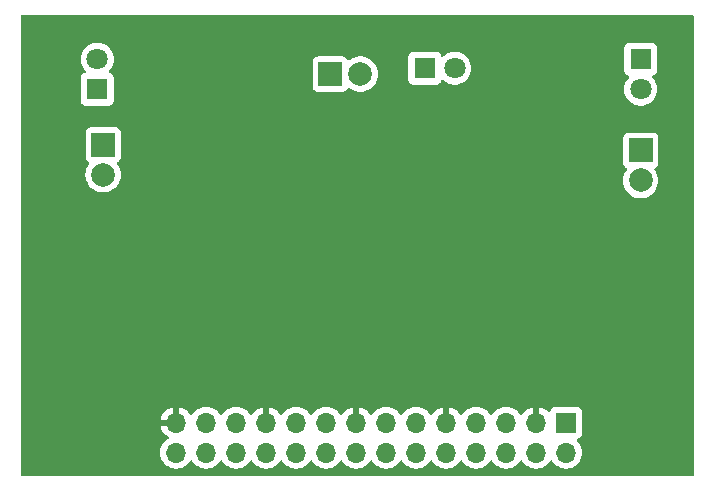
<source format=gbr>
%TF.GenerationSoftware,KiCad,Pcbnew,8.0.1*%
%TF.CreationDate,2024-03-25T00:54:51+02:00*%
%TF.ProjectId,3088,33303838-2e6b-4696-9361-645f70636258,rev?*%
%TF.SameCoordinates,Original*%
%TF.FileFunction,Copper,L2,Bot*%
%TF.FilePolarity,Positive*%
%FSLAX46Y46*%
G04 Gerber Fmt 4.6, Leading zero omitted, Abs format (unit mm)*
G04 Created by KiCad (PCBNEW 8.0.1) date 2024-03-25 00:54:51*
%MOMM*%
%LPD*%
G01*
G04 APERTURE LIST*
%TA.AperFunction,ComponentPad*%
%ADD10C,1.800000*%
%TD*%
%TA.AperFunction,ComponentPad*%
%ADD11R,1.800000X1.800000*%
%TD*%
%TA.AperFunction,ComponentPad*%
%ADD12O,1.700000X1.700000*%
%TD*%
%TA.AperFunction,ComponentPad*%
%ADD13R,1.700000X1.700000*%
%TD*%
%TA.AperFunction,ComponentPad*%
%ADD14R,2.000000X2.000000*%
%TD*%
%TA.AperFunction,ComponentPad*%
%ADD15C,2.000000*%
%TD*%
%TA.AperFunction,ViaPad*%
%ADD16C,0.600000*%
%TD*%
G04 APERTURE END LIST*
D10*
%TO.P,Q3,2,E*%
%TO.N,V_out2*%
X121000000Y-53735000D03*
D11*
%TO.P,Q3,1,C*%
%TO.N,power*%
X121000000Y-56275000D03*
%TD*%
D10*
%TO.P,Q4,2,E*%
%TO.N,V_out*%
X167000000Y-56265000D03*
D11*
%TO.P,Q4,1,C*%
%TO.N,power*%
X167000000Y-53725000D03*
%TD*%
D10*
%TO.P,Q2,2,E*%
%TO.N,V_out1*%
X151265000Y-54500000D03*
D11*
%TO.P,Q2,1,C*%
%TO.N,power*%
X148725000Y-54500000D03*
%TD*%
D12*
%TO.P,J1,28,Pin_28*%
%TO.N,unconnected-(J1-Pin_28-Pad28)*%
X127680000Y-87040000D03*
%TO.P,J1,27,Pin_27*%
%TO.N,GND*%
X127680000Y-84500000D03*
%TO.P,J1,26,Pin_26*%
%TO.N,power*%
X130220000Y-87040000D03*
%TO.P,J1,25,Pin_25*%
%TO.N,unconnected-(J1-Pin_25-Pad25)*%
X130220000Y-84500000D03*
%TO.P,J1,24,Pin_24*%
%TO.N,unconnected-(J1-Pin_24-Pad24)*%
X132760000Y-87040000D03*
%TO.P,J1,23,Pin_23*%
%TO.N,MCU2*%
X132760000Y-84500000D03*
%TO.P,J1,22,Pin_22*%
%TO.N,unconnected-(J1-Pin_22-Pad22)*%
X135300000Y-87040000D03*
%TO.P,J1,21,Pin_21*%
%TO.N,GND*%
X135300000Y-84500000D03*
%TO.P,J1,20,Pin_20*%
%TO.N,unconnected-(J1-Pin_20-Pad20)*%
X137840000Y-87040000D03*
%TO.P,J1,19,Pin_19*%
%TO.N,MCU1*%
X137840000Y-84500000D03*
%TO.P,J1,18,Pin_18*%
%TO.N,unconnected-(J1-Pin_18-Pad18)*%
X140380000Y-87040000D03*
%TO.P,J1,17,Pin_17*%
%TO.N,MCU*%
X140380000Y-84500000D03*
%TO.P,J1,16,Pin_16*%
%TO.N,unconnected-(J1-Pin_16-Pad16)*%
X142920000Y-87040000D03*
%TO.P,J1,15,Pin_15*%
%TO.N,GND*%
X142920000Y-84500000D03*
%TO.P,J1,14,Pin_14*%
%TO.N,unconnected-(J1-Pin_14-Pad14)*%
X145460000Y-87040000D03*
%TO.P,J1,13,Pin_13*%
%TO.N,unconnected-(J1-Pin_13-Pad13)*%
X145460000Y-84500000D03*
%TO.P,J1,12,Pin_12*%
%TO.N,unconnected-(J1-Pin_12-Pad12)*%
X148000000Y-87040000D03*
%TO.P,J1,11,Pin_11*%
%TO.N,V_out2*%
X148000000Y-84500000D03*
%TO.P,J1,10,Pin_10*%
%TO.N,unconnected-(J1-Pin_10-Pad10)*%
X150540000Y-87040000D03*
%TO.P,J1,9,Pin_9*%
%TO.N,GND*%
X150540000Y-84500000D03*
%TO.P,J1,8,Pin_8*%
%TO.N,unconnected-(J1-Pin_8-Pad8)*%
X153080000Y-87040000D03*
%TO.P,J1,7,Pin_7*%
%TO.N,V_out1*%
X153080000Y-84500000D03*
%TO.P,J1,6,Pin_6*%
%TO.N,unconnected-(J1-Pin_6-Pad6)*%
X155620000Y-87040000D03*
%TO.P,J1,5,Pin_5*%
%TO.N,V_out*%
X155620000Y-84500000D03*
%TO.P,J1,4,Pin_4*%
%TO.N,power*%
X158160000Y-87040000D03*
%TO.P,J1,3,Pin_3*%
%TO.N,GND*%
X158160000Y-84500000D03*
%TO.P,J1,2,Pin_2*%
%TO.N,unconnected-(J1-Pin_2-Pad2)*%
X160700000Y-87040000D03*
D13*
%TO.P,J1,1,Pin_1*%
%TO.N,unconnected-(J1-Pin_1-Pad1)*%
X160700000Y-84500000D03*
%TD*%
D14*
%TO.P,D4,1*%
%TO.N,Net-(D4-Pad1)*%
X167000000Y-61460000D03*
D15*
%TO.P,D4,2*%
%TO.N,Net-(Q1-D)*%
X167000000Y-64000000D03*
%TD*%
D14*
%TO.P,D2,1*%
%TO.N,Net-(D2-Pad1)*%
X121500000Y-60960000D03*
D15*
%TO.P,D2,2*%
%TO.N,Net-(Q6-D)*%
X121500000Y-63500000D03*
%TD*%
D14*
%TO.P,D1,1*%
%TO.N,Net-(D1-Pad1)*%
X140730000Y-55000000D03*
D15*
%TO.P,D1,2*%
%TO.N,Net-(Q5-D)*%
X143270000Y-55000000D03*
%TD*%
D16*
%TO.N,GND*%
X129000000Y-60000000D03*
X159500000Y-56000000D03*
X159500000Y-74500000D03*
X139500000Y-69500000D03*
X142500000Y-69500000D03*
X118000000Y-74500000D03*
X151000000Y-81500000D03*
X160500000Y-82000000D03*
X170000000Y-73500000D03*
%TD*%
%TA.AperFunction,Conductor*%
%TO.N,GND*%
G36*
X171442539Y-50020185D02*
G01*
X171488294Y-50072989D01*
X171499500Y-50124500D01*
X171499500Y-88875500D01*
X171479815Y-88942539D01*
X171427011Y-88988294D01*
X171375500Y-88999500D01*
X114624500Y-88999500D01*
X114557461Y-88979815D01*
X114511706Y-88927011D01*
X114500500Y-88875500D01*
X114500500Y-87040000D01*
X126324341Y-87040000D01*
X126344936Y-87275403D01*
X126344938Y-87275413D01*
X126406094Y-87503655D01*
X126406096Y-87503659D01*
X126406097Y-87503663D01*
X126410000Y-87512032D01*
X126505965Y-87717830D01*
X126505967Y-87717834D01*
X126614281Y-87872521D01*
X126641505Y-87911401D01*
X126808599Y-88078495D01*
X126905384Y-88146265D01*
X127002165Y-88214032D01*
X127002167Y-88214033D01*
X127002170Y-88214035D01*
X127216337Y-88313903D01*
X127444592Y-88375063D01*
X127632918Y-88391539D01*
X127679999Y-88395659D01*
X127680000Y-88395659D01*
X127680001Y-88395659D01*
X127719234Y-88392226D01*
X127915408Y-88375063D01*
X128143663Y-88313903D01*
X128357830Y-88214035D01*
X128551401Y-88078495D01*
X128718495Y-87911401D01*
X128848425Y-87725842D01*
X128903002Y-87682217D01*
X128972500Y-87675023D01*
X129034855Y-87706546D01*
X129051575Y-87725842D01*
X129181500Y-87911395D01*
X129181505Y-87911401D01*
X129348599Y-88078495D01*
X129445384Y-88146265D01*
X129542165Y-88214032D01*
X129542167Y-88214033D01*
X129542170Y-88214035D01*
X129756337Y-88313903D01*
X129984592Y-88375063D01*
X130172918Y-88391539D01*
X130219999Y-88395659D01*
X130220000Y-88395659D01*
X130220001Y-88395659D01*
X130259234Y-88392226D01*
X130455408Y-88375063D01*
X130683663Y-88313903D01*
X130897830Y-88214035D01*
X131091401Y-88078495D01*
X131258495Y-87911401D01*
X131388425Y-87725842D01*
X131443002Y-87682217D01*
X131512500Y-87675023D01*
X131574855Y-87706546D01*
X131591575Y-87725842D01*
X131721500Y-87911395D01*
X131721505Y-87911401D01*
X131888599Y-88078495D01*
X131985384Y-88146265D01*
X132082165Y-88214032D01*
X132082167Y-88214033D01*
X132082170Y-88214035D01*
X132296337Y-88313903D01*
X132524592Y-88375063D01*
X132712918Y-88391539D01*
X132759999Y-88395659D01*
X132760000Y-88395659D01*
X132760001Y-88395659D01*
X132799234Y-88392226D01*
X132995408Y-88375063D01*
X133223663Y-88313903D01*
X133437830Y-88214035D01*
X133631401Y-88078495D01*
X133798495Y-87911401D01*
X133928425Y-87725842D01*
X133983002Y-87682217D01*
X134052500Y-87675023D01*
X134114855Y-87706546D01*
X134131575Y-87725842D01*
X134261500Y-87911395D01*
X134261505Y-87911401D01*
X134428599Y-88078495D01*
X134525384Y-88146265D01*
X134622165Y-88214032D01*
X134622167Y-88214033D01*
X134622170Y-88214035D01*
X134836337Y-88313903D01*
X135064592Y-88375063D01*
X135252918Y-88391539D01*
X135299999Y-88395659D01*
X135300000Y-88395659D01*
X135300001Y-88395659D01*
X135339234Y-88392226D01*
X135535408Y-88375063D01*
X135763663Y-88313903D01*
X135977830Y-88214035D01*
X136171401Y-88078495D01*
X136338495Y-87911401D01*
X136468425Y-87725842D01*
X136523002Y-87682217D01*
X136592500Y-87675023D01*
X136654855Y-87706546D01*
X136671575Y-87725842D01*
X136801500Y-87911395D01*
X136801505Y-87911401D01*
X136968599Y-88078495D01*
X137065384Y-88146265D01*
X137162165Y-88214032D01*
X137162167Y-88214033D01*
X137162170Y-88214035D01*
X137376337Y-88313903D01*
X137604592Y-88375063D01*
X137792918Y-88391539D01*
X137839999Y-88395659D01*
X137840000Y-88395659D01*
X137840001Y-88395659D01*
X137879234Y-88392226D01*
X138075408Y-88375063D01*
X138303663Y-88313903D01*
X138517830Y-88214035D01*
X138711401Y-88078495D01*
X138878495Y-87911401D01*
X139008425Y-87725842D01*
X139063002Y-87682217D01*
X139132500Y-87675023D01*
X139194855Y-87706546D01*
X139211575Y-87725842D01*
X139341500Y-87911395D01*
X139341505Y-87911401D01*
X139508599Y-88078495D01*
X139605384Y-88146265D01*
X139702165Y-88214032D01*
X139702167Y-88214033D01*
X139702170Y-88214035D01*
X139916337Y-88313903D01*
X140144592Y-88375063D01*
X140332918Y-88391539D01*
X140379999Y-88395659D01*
X140380000Y-88395659D01*
X140380001Y-88395659D01*
X140419234Y-88392226D01*
X140615408Y-88375063D01*
X140843663Y-88313903D01*
X141057830Y-88214035D01*
X141251401Y-88078495D01*
X141418495Y-87911401D01*
X141548425Y-87725842D01*
X141603002Y-87682217D01*
X141672500Y-87675023D01*
X141734855Y-87706546D01*
X141751575Y-87725842D01*
X141881500Y-87911395D01*
X141881505Y-87911401D01*
X142048599Y-88078495D01*
X142145384Y-88146265D01*
X142242165Y-88214032D01*
X142242167Y-88214033D01*
X142242170Y-88214035D01*
X142456337Y-88313903D01*
X142684592Y-88375063D01*
X142872918Y-88391539D01*
X142919999Y-88395659D01*
X142920000Y-88395659D01*
X142920001Y-88395659D01*
X142959234Y-88392226D01*
X143155408Y-88375063D01*
X143383663Y-88313903D01*
X143597830Y-88214035D01*
X143791401Y-88078495D01*
X143958495Y-87911401D01*
X144088425Y-87725842D01*
X144143002Y-87682217D01*
X144212500Y-87675023D01*
X144274855Y-87706546D01*
X144291575Y-87725842D01*
X144421500Y-87911395D01*
X144421505Y-87911401D01*
X144588599Y-88078495D01*
X144685384Y-88146265D01*
X144782165Y-88214032D01*
X144782167Y-88214033D01*
X144782170Y-88214035D01*
X144996337Y-88313903D01*
X145224592Y-88375063D01*
X145412918Y-88391539D01*
X145459999Y-88395659D01*
X145460000Y-88395659D01*
X145460001Y-88395659D01*
X145499234Y-88392226D01*
X145695408Y-88375063D01*
X145923663Y-88313903D01*
X146137830Y-88214035D01*
X146331401Y-88078495D01*
X146498495Y-87911401D01*
X146628425Y-87725842D01*
X146683002Y-87682217D01*
X146752500Y-87675023D01*
X146814855Y-87706546D01*
X146831575Y-87725842D01*
X146961500Y-87911395D01*
X146961505Y-87911401D01*
X147128599Y-88078495D01*
X147225384Y-88146265D01*
X147322165Y-88214032D01*
X147322167Y-88214033D01*
X147322170Y-88214035D01*
X147536337Y-88313903D01*
X147764592Y-88375063D01*
X147952918Y-88391539D01*
X147999999Y-88395659D01*
X148000000Y-88395659D01*
X148000001Y-88395659D01*
X148039234Y-88392226D01*
X148235408Y-88375063D01*
X148463663Y-88313903D01*
X148677830Y-88214035D01*
X148871401Y-88078495D01*
X149038495Y-87911401D01*
X149168425Y-87725842D01*
X149223002Y-87682217D01*
X149292500Y-87675023D01*
X149354855Y-87706546D01*
X149371575Y-87725842D01*
X149501500Y-87911395D01*
X149501505Y-87911401D01*
X149668599Y-88078495D01*
X149765384Y-88146265D01*
X149862165Y-88214032D01*
X149862167Y-88214033D01*
X149862170Y-88214035D01*
X150076337Y-88313903D01*
X150304592Y-88375063D01*
X150492918Y-88391539D01*
X150539999Y-88395659D01*
X150540000Y-88395659D01*
X150540001Y-88395659D01*
X150579234Y-88392226D01*
X150775408Y-88375063D01*
X151003663Y-88313903D01*
X151217830Y-88214035D01*
X151411401Y-88078495D01*
X151578495Y-87911401D01*
X151708425Y-87725842D01*
X151763002Y-87682217D01*
X151832500Y-87675023D01*
X151894855Y-87706546D01*
X151911575Y-87725842D01*
X152041500Y-87911395D01*
X152041505Y-87911401D01*
X152208599Y-88078495D01*
X152305384Y-88146265D01*
X152402165Y-88214032D01*
X152402167Y-88214033D01*
X152402170Y-88214035D01*
X152616337Y-88313903D01*
X152844592Y-88375063D01*
X153032918Y-88391539D01*
X153079999Y-88395659D01*
X153080000Y-88395659D01*
X153080001Y-88395659D01*
X153119234Y-88392226D01*
X153315408Y-88375063D01*
X153543663Y-88313903D01*
X153757830Y-88214035D01*
X153951401Y-88078495D01*
X154118495Y-87911401D01*
X154248425Y-87725842D01*
X154303002Y-87682217D01*
X154372500Y-87675023D01*
X154434855Y-87706546D01*
X154451575Y-87725842D01*
X154581500Y-87911395D01*
X154581505Y-87911401D01*
X154748599Y-88078495D01*
X154845384Y-88146265D01*
X154942165Y-88214032D01*
X154942167Y-88214033D01*
X154942170Y-88214035D01*
X155156337Y-88313903D01*
X155384592Y-88375063D01*
X155572918Y-88391539D01*
X155619999Y-88395659D01*
X155620000Y-88395659D01*
X155620001Y-88395659D01*
X155659234Y-88392226D01*
X155855408Y-88375063D01*
X156083663Y-88313903D01*
X156297830Y-88214035D01*
X156491401Y-88078495D01*
X156658495Y-87911401D01*
X156788425Y-87725842D01*
X156843002Y-87682217D01*
X156912500Y-87675023D01*
X156974855Y-87706546D01*
X156991575Y-87725842D01*
X157121500Y-87911395D01*
X157121505Y-87911401D01*
X157288599Y-88078495D01*
X157385384Y-88146265D01*
X157482165Y-88214032D01*
X157482167Y-88214033D01*
X157482170Y-88214035D01*
X157696337Y-88313903D01*
X157924592Y-88375063D01*
X158112918Y-88391539D01*
X158159999Y-88395659D01*
X158160000Y-88395659D01*
X158160001Y-88395659D01*
X158199234Y-88392226D01*
X158395408Y-88375063D01*
X158623663Y-88313903D01*
X158837830Y-88214035D01*
X159031401Y-88078495D01*
X159198495Y-87911401D01*
X159328425Y-87725842D01*
X159383002Y-87682217D01*
X159452500Y-87675023D01*
X159514855Y-87706546D01*
X159531575Y-87725842D01*
X159661500Y-87911395D01*
X159661505Y-87911401D01*
X159828599Y-88078495D01*
X159925384Y-88146265D01*
X160022165Y-88214032D01*
X160022167Y-88214033D01*
X160022170Y-88214035D01*
X160236337Y-88313903D01*
X160464592Y-88375063D01*
X160652918Y-88391539D01*
X160699999Y-88395659D01*
X160700000Y-88395659D01*
X160700001Y-88395659D01*
X160739234Y-88392226D01*
X160935408Y-88375063D01*
X161163663Y-88313903D01*
X161377830Y-88214035D01*
X161571401Y-88078495D01*
X161738495Y-87911401D01*
X161874035Y-87717830D01*
X161973903Y-87503663D01*
X162035063Y-87275408D01*
X162055659Y-87040000D01*
X162035063Y-86804592D01*
X161973903Y-86576337D01*
X161874035Y-86362171D01*
X161868424Y-86354158D01*
X161738496Y-86168600D01*
X161738493Y-86168597D01*
X161616567Y-86046671D01*
X161583084Y-85985351D01*
X161588068Y-85915659D01*
X161629939Y-85859725D01*
X161660915Y-85842810D01*
X161792331Y-85793796D01*
X161907546Y-85707546D01*
X161993796Y-85592331D01*
X162044091Y-85457483D01*
X162050500Y-85397873D01*
X162050499Y-83602128D01*
X162044091Y-83542517D01*
X162043002Y-83539598D01*
X161993797Y-83407671D01*
X161993793Y-83407664D01*
X161907547Y-83292455D01*
X161907544Y-83292452D01*
X161792335Y-83206206D01*
X161792328Y-83206202D01*
X161657482Y-83155908D01*
X161657483Y-83155908D01*
X161597883Y-83149501D01*
X161597881Y-83149500D01*
X161597873Y-83149500D01*
X161597864Y-83149500D01*
X159802129Y-83149500D01*
X159802123Y-83149501D01*
X159742516Y-83155908D01*
X159607671Y-83206202D01*
X159607664Y-83206206D01*
X159492455Y-83292452D01*
X159492452Y-83292455D01*
X159406206Y-83407664D01*
X159406202Y-83407671D01*
X159356997Y-83539598D01*
X159315126Y-83595532D01*
X159249661Y-83619949D01*
X159181388Y-83605097D01*
X159153134Y-83583946D01*
X159031082Y-83461894D01*
X158837578Y-83326399D01*
X158623492Y-83226570D01*
X158623486Y-83226567D01*
X158410000Y-83169364D01*
X158410000Y-84066988D01*
X158352993Y-84034075D01*
X158225826Y-84000000D01*
X158094174Y-84000000D01*
X157967007Y-84034075D01*
X157910000Y-84066988D01*
X157910000Y-83169364D01*
X157909999Y-83169364D01*
X157696513Y-83226567D01*
X157696507Y-83226570D01*
X157482422Y-83326399D01*
X157482420Y-83326400D01*
X157288926Y-83461886D01*
X157288920Y-83461891D01*
X157121891Y-83628920D01*
X157121890Y-83628922D01*
X156991880Y-83814595D01*
X156937303Y-83858219D01*
X156867804Y-83865412D01*
X156805450Y-83833890D01*
X156788730Y-83814594D01*
X156658494Y-83628597D01*
X156491402Y-83461506D01*
X156491395Y-83461501D01*
X156297834Y-83325967D01*
X156297830Y-83325965D01*
X156297828Y-83325964D01*
X156083663Y-83226097D01*
X156083659Y-83226096D01*
X156083655Y-83226094D01*
X155855413Y-83164938D01*
X155855403Y-83164936D01*
X155620001Y-83144341D01*
X155619999Y-83144341D01*
X155384596Y-83164936D01*
X155384586Y-83164938D01*
X155156344Y-83226094D01*
X155156335Y-83226098D01*
X154942171Y-83325964D01*
X154942169Y-83325965D01*
X154748597Y-83461505D01*
X154581505Y-83628597D01*
X154451575Y-83814158D01*
X154396998Y-83857783D01*
X154327500Y-83864977D01*
X154265145Y-83833454D01*
X154248425Y-83814158D01*
X154118494Y-83628597D01*
X153951402Y-83461506D01*
X153951395Y-83461501D01*
X153757834Y-83325967D01*
X153757830Y-83325965D01*
X153757828Y-83325964D01*
X153543663Y-83226097D01*
X153543659Y-83226096D01*
X153543655Y-83226094D01*
X153315413Y-83164938D01*
X153315403Y-83164936D01*
X153080001Y-83144341D01*
X153079999Y-83144341D01*
X152844596Y-83164936D01*
X152844586Y-83164938D01*
X152616344Y-83226094D01*
X152616335Y-83226098D01*
X152402171Y-83325964D01*
X152402169Y-83325965D01*
X152208597Y-83461505D01*
X152041508Y-83628594D01*
X151911269Y-83814595D01*
X151856692Y-83858219D01*
X151787193Y-83865412D01*
X151724839Y-83833890D01*
X151708119Y-83814594D01*
X151578113Y-83628926D01*
X151578108Y-83628920D01*
X151411082Y-83461894D01*
X151217578Y-83326399D01*
X151003492Y-83226570D01*
X151003486Y-83226567D01*
X150790000Y-83169364D01*
X150790000Y-84066988D01*
X150732993Y-84034075D01*
X150605826Y-84000000D01*
X150474174Y-84000000D01*
X150347007Y-84034075D01*
X150290000Y-84066988D01*
X150290000Y-83169364D01*
X150289999Y-83169364D01*
X150076513Y-83226567D01*
X150076507Y-83226570D01*
X149862422Y-83326399D01*
X149862420Y-83326400D01*
X149668926Y-83461886D01*
X149668920Y-83461891D01*
X149501891Y-83628920D01*
X149501890Y-83628922D01*
X149371880Y-83814595D01*
X149317303Y-83858219D01*
X149247804Y-83865412D01*
X149185450Y-83833890D01*
X149168730Y-83814594D01*
X149038494Y-83628597D01*
X148871402Y-83461506D01*
X148871395Y-83461501D01*
X148677834Y-83325967D01*
X148677830Y-83325965D01*
X148677828Y-83325964D01*
X148463663Y-83226097D01*
X148463659Y-83226096D01*
X148463655Y-83226094D01*
X148235413Y-83164938D01*
X148235403Y-83164936D01*
X148000001Y-83144341D01*
X147999999Y-83144341D01*
X147764596Y-83164936D01*
X147764586Y-83164938D01*
X147536344Y-83226094D01*
X147536335Y-83226098D01*
X147322171Y-83325964D01*
X147322169Y-83325965D01*
X147128597Y-83461505D01*
X146961505Y-83628597D01*
X146831575Y-83814158D01*
X146776998Y-83857783D01*
X146707500Y-83864977D01*
X146645145Y-83833454D01*
X146628425Y-83814158D01*
X146498494Y-83628597D01*
X146331402Y-83461506D01*
X146331395Y-83461501D01*
X146137834Y-83325967D01*
X146137830Y-83325965D01*
X146137828Y-83325964D01*
X145923663Y-83226097D01*
X145923659Y-83226096D01*
X145923655Y-83226094D01*
X145695413Y-83164938D01*
X145695403Y-83164936D01*
X145460001Y-83144341D01*
X145459999Y-83144341D01*
X145224596Y-83164936D01*
X145224586Y-83164938D01*
X144996344Y-83226094D01*
X144996335Y-83226098D01*
X144782171Y-83325964D01*
X144782169Y-83325965D01*
X144588597Y-83461505D01*
X144421508Y-83628594D01*
X144291269Y-83814595D01*
X144236692Y-83858219D01*
X144167193Y-83865412D01*
X144104839Y-83833890D01*
X144088119Y-83814594D01*
X143958113Y-83628926D01*
X143958108Y-83628920D01*
X143791082Y-83461894D01*
X143597578Y-83326399D01*
X143383492Y-83226570D01*
X143383486Y-83226567D01*
X143170000Y-83169364D01*
X143170000Y-84066988D01*
X143112993Y-84034075D01*
X142985826Y-84000000D01*
X142854174Y-84000000D01*
X142727007Y-84034075D01*
X142670000Y-84066988D01*
X142670000Y-83169364D01*
X142669999Y-83169364D01*
X142456513Y-83226567D01*
X142456507Y-83226570D01*
X142242422Y-83326399D01*
X142242420Y-83326400D01*
X142048926Y-83461886D01*
X142048920Y-83461891D01*
X141881891Y-83628920D01*
X141881890Y-83628922D01*
X141751880Y-83814595D01*
X141697303Y-83858219D01*
X141627804Y-83865412D01*
X141565450Y-83833890D01*
X141548730Y-83814594D01*
X141418494Y-83628597D01*
X141251402Y-83461506D01*
X141251395Y-83461501D01*
X141057834Y-83325967D01*
X141057830Y-83325965D01*
X141057828Y-83325964D01*
X140843663Y-83226097D01*
X140843659Y-83226096D01*
X140843655Y-83226094D01*
X140615413Y-83164938D01*
X140615403Y-83164936D01*
X140380001Y-83144341D01*
X140379999Y-83144341D01*
X140144596Y-83164936D01*
X140144586Y-83164938D01*
X139916344Y-83226094D01*
X139916335Y-83226098D01*
X139702171Y-83325964D01*
X139702169Y-83325965D01*
X139508597Y-83461505D01*
X139341505Y-83628597D01*
X139211575Y-83814158D01*
X139156998Y-83857783D01*
X139087500Y-83864977D01*
X139025145Y-83833454D01*
X139008425Y-83814158D01*
X138878494Y-83628597D01*
X138711402Y-83461506D01*
X138711395Y-83461501D01*
X138517834Y-83325967D01*
X138517830Y-83325965D01*
X138517828Y-83325964D01*
X138303663Y-83226097D01*
X138303659Y-83226096D01*
X138303655Y-83226094D01*
X138075413Y-83164938D01*
X138075403Y-83164936D01*
X137840001Y-83144341D01*
X137839999Y-83144341D01*
X137604596Y-83164936D01*
X137604586Y-83164938D01*
X137376344Y-83226094D01*
X137376335Y-83226098D01*
X137162171Y-83325964D01*
X137162169Y-83325965D01*
X136968597Y-83461505D01*
X136801508Y-83628594D01*
X136671269Y-83814595D01*
X136616692Y-83858219D01*
X136547193Y-83865412D01*
X136484839Y-83833890D01*
X136468119Y-83814594D01*
X136338113Y-83628926D01*
X136338108Y-83628920D01*
X136171082Y-83461894D01*
X135977578Y-83326399D01*
X135763492Y-83226570D01*
X135763486Y-83226567D01*
X135550000Y-83169364D01*
X135550000Y-84066988D01*
X135492993Y-84034075D01*
X135365826Y-84000000D01*
X135234174Y-84000000D01*
X135107007Y-84034075D01*
X135050000Y-84066988D01*
X135050000Y-83169364D01*
X135049999Y-83169364D01*
X134836513Y-83226567D01*
X134836507Y-83226570D01*
X134622422Y-83326399D01*
X134622420Y-83326400D01*
X134428926Y-83461886D01*
X134428920Y-83461891D01*
X134261891Y-83628920D01*
X134261890Y-83628922D01*
X134131880Y-83814595D01*
X134077303Y-83858219D01*
X134007804Y-83865412D01*
X133945450Y-83833890D01*
X133928730Y-83814594D01*
X133798494Y-83628597D01*
X133631402Y-83461506D01*
X133631395Y-83461501D01*
X133437834Y-83325967D01*
X133437830Y-83325965D01*
X133437828Y-83325964D01*
X133223663Y-83226097D01*
X133223659Y-83226096D01*
X133223655Y-83226094D01*
X132995413Y-83164938D01*
X132995403Y-83164936D01*
X132760001Y-83144341D01*
X132759999Y-83144341D01*
X132524596Y-83164936D01*
X132524586Y-83164938D01*
X132296344Y-83226094D01*
X132296335Y-83226098D01*
X132082171Y-83325964D01*
X132082169Y-83325965D01*
X131888597Y-83461505D01*
X131721505Y-83628597D01*
X131591575Y-83814158D01*
X131536998Y-83857783D01*
X131467500Y-83864977D01*
X131405145Y-83833454D01*
X131388425Y-83814158D01*
X131258494Y-83628597D01*
X131091402Y-83461506D01*
X131091395Y-83461501D01*
X130897834Y-83325967D01*
X130897830Y-83325965D01*
X130897828Y-83325964D01*
X130683663Y-83226097D01*
X130683659Y-83226096D01*
X130683655Y-83226094D01*
X130455413Y-83164938D01*
X130455403Y-83164936D01*
X130220001Y-83144341D01*
X130219999Y-83144341D01*
X129984596Y-83164936D01*
X129984586Y-83164938D01*
X129756344Y-83226094D01*
X129756335Y-83226098D01*
X129542171Y-83325964D01*
X129542169Y-83325965D01*
X129348597Y-83461505D01*
X129181508Y-83628594D01*
X129051269Y-83814595D01*
X128996692Y-83858219D01*
X128927193Y-83865412D01*
X128864839Y-83833890D01*
X128848119Y-83814594D01*
X128718113Y-83628926D01*
X128718108Y-83628920D01*
X128551082Y-83461894D01*
X128357578Y-83326399D01*
X128143492Y-83226570D01*
X128143486Y-83226567D01*
X127930000Y-83169364D01*
X127930000Y-84066988D01*
X127872993Y-84034075D01*
X127745826Y-84000000D01*
X127614174Y-84000000D01*
X127487007Y-84034075D01*
X127430000Y-84066988D01*
X127430000Y-83169364D01*
X127429999Y-83169364D01*
X127216513Y-83226567D01*
X127216507Y-83226570D01*
X127002422Y-83326399D01*
X127002420Y-83326400D01*
X126808926Y-83461886D01*
X126808920Y-83461891D01*
X126641891Y-83628920D01*
X126641886Y-83628926D01*
X126506400Y-83822420D01*
X126506399Y-83822422D01*
X126406570Y-84036507D01*
X126406567Y-84036513D01*
X126349364Y-84249999D01*
X126349364Y-84250000D01*
X127246988Y-84250000D01*
X127214075Y-84307007D01*
X127180000Y-84434174D01*
X127180000Y-84565826D01*
X127214075Y-84692993D01*
X127246988Y-84750000D01*
X126349364Y-84750000D01*
X126406567Y-84963486D01*
X126406570Y-84963492D01*
X126506399Y-85177578D01*
X126641894Y-85371082D01*
X126808917Y-85538105D01*
X126994595Y-85668119D01*
X127038219Y-85722696D01*
X127045412Y-85792195D01*
X127013890Y-85854549D01*
X126994595Y-85871269D01*
X126808594Y-86001508D01*
X126641505Y-86168597D01*
X126505965Y-86362169D01*
X126505964Y-86362171D01*
X126406098Y-86576335D01*
X126406094Y-86576344D01*
X126344938Y-86804586D01*
X126344936Y-86804596D01*
X126324341Y-87039999D01*
X126324341Y-87040000D01*
X114500500Y-87040000D01*
X114500500Y-63500005D01*
X119994357Y-63500005D01*
X120014890Y-63747812D01*
X120014892Y-63747824D01*
X120075936Y-63988881D01*
X120175826Y-64216606D01*
X120311833Y-64424782D01*
X120311836Y-64424785D01*
X120480256Y-64607738D01*
X120676491Y-64760474D01*
X120895190Y-64878828D01*
X121130386Y-64959571D01*
X121375665Y-65000500D01*
X121624335Y-65000500D01*
X121869614Y-64959571D01*
X122104810Y-64878828D01*
X122323509Y-64760474D01*
X122519744Y-64607738D01*
X122688164Y-64424785D01*
X122824173Y-64216607D01*
X122919184Y-64000005D01*
X165494357Y-64000005D01*
X165514890Y-64247812D01*
X165514892Y-64247824D01*
X165575936Y-64488881D01*
X165675826Y-64716606D01*
X165811833Y-64924782D01*
X165811836Y-64924785D01*
X165980256Y-65107738D01*
X166176491Y-65260474D01*
X166395190Y-65378828D01*
X166630386Y-65459571D01*
X166875665Y-65500500D01*
X167124335Y-65500500D01*
X167369614Y-65459571D01*
X167604810Y-65378828D01*
X167823509Y-65260474D01*
X168019744Y-65107738D01*
X168188164Y-64924785D01*
X168324173Y-64716607D01*
X168424063Y-64488881D01*
X168485108Y-64247821D01*
X168485109Y-64247812D01*
X168505643Y-64000005D01*
X168505643Y-63999994D01*
X168485109Y-63752187D01*
X168485107Y-63752175D01*
X168424063Y-63511118D01*
X168324174Y-63283396D01*
X168324173Y-63283393D01*
X168193256Y-63083009D01*
X168173070Y-63016122D01*
X168192250Y-62948936D01*
X168237642Y-62906356D01*
X168242323Y-62903798D01*
X168242331Y-62903796D01*
X168357546Y-62817546D01*
X168443796Y-62702331D01*
X168494091Y-62567483D01*
X168500500Y-62507873D01*
X168500499Y-60412128D01*
X168494091Y-60352517D01*
X168443796Y-60217669D01*
X168443795Y-60217668D01*
X168443793Y-60217664D01*
X168357547Y-60102455D01*
X168357544Y-60102452D01*
X168242335Y-60016206D01*
X168242328Y-60016202D01*
X168107482Y-59965908D01*
X168107483Y-59965908D01*
X168047883Y-59959501D01*
X168047881Y-59959500D01*
X168047873Y-59959500D01*
X168047864Y-59959500D01*
X165952129Y-59959500D01*
X165952123Y-59959501D01*
X165892516Y-59965908D01*
X165757671Y-60016202D01*
X165757664Y-60016206D01*
X165642455Y-60102452D01*
X165642452Y-60102455D01*
X165556206Y-60217664D01*
X165556202Y-60217671D01*
X165505908Y-60352517D01*
X165499501Y-60412116D01*
X165499501Y-60412123D01*
X165499500Y-60412135D01*
X165499500Y-62507870D01*
X165499501Y-62507876D01*
X165505908Y-62567483D01*
X165556202Y-62702328D01*
X165556206Y-62702335D01*
X165642452Y-62817544D01*
X165642455Y-62817547D01*
X165757664Y-62903793D01*
X165762361Y-62906358D01*
X165811766Y-62955764D01*
X165826617Y-63024037D01*
X165806742Y-63083011D01*
X165675826Y-63283393D01*
X165575936Y-63511118D01*
X165514892Y-63752175D01*
X165514890Y-63752187D01*
X165494357Y-63999994D01*
X165494357Y-64000005D01*
X122919184Y-64000005D01*
X122924063Y-63988881D01*
X122985108Y-63747821D01*
X123005643Y-63500000D01*
X122987694Y-63283393D01*
X122985109Y-63252187D01*
X122985107Y-63252175D01*
X122924063Y-63011118D01*
X122824174Y-62783396D01*
X122824173Y-62783393D01*
X122693256Y-62583009D01*
X122673070Y-62516122D01*
X122692250Y-62448936D01*
X122737642Y-62406356D01*
X122742323Y-62403798D01*
X122742331Y-62403796D01*
X122857546Y-62317546D01*
X122943796Y-62202331D01*
X122994091Y-62067483D01*
X123000500Y-62007873D01*
X123000499Y-59912128D01*
X122994091Y-59852517D01*
X122943796Y-59717669D01*
X122943795Y-59717668D01*
X122943793Y-59717664D01*
X122857547Y-59602455D01*
X122857544Y-59602452D01*
X122742335Y-59516206D01*
X122742328Y-59516202D01*
X122607482Y-59465908D01*
X122607483Y-59465908D01*
X122547883Y-59459501D01*
X122547881Y-59459500D01*
X122547873Y-59459500D01*
X122547864Y-59459500D01*
X120452129Y-59459500D01*
X120452123Y-59459501D01*
X120392516Y-59465908D01*
X120257671Y-59516202D01*
X120257664Y-59516206D01*
X120142455Y-59602452D01*
X120142452Y-59602455D01*
X120056206Y-59717664D01*
X120056202Y-59717671D01*
X120005908Y-59852517D01*
X119999501Y-59912116D01*
X119999501Y-59912123D01*
X119999500Y-59912135D01*
X119999500Y-62007870D01*
X119999501Y-62007876D01*
X120005908Y-62067483D01*
X120056202Y-62202328D01*
X120056206Y-62202335D01*
X120142452Y-62317544D01*
X120142455Y-62317547D01*
X120257664Y-62403793D01*
X120262361Y-62406358D01*
X120311766Y-62455764D01*
X120326617Y-62524037D01*
X120306742Y-62583011D01*
X120175826Y-62783393D01*
X120075936Y-63011118D01*
X120014892Y-63252175D01*
X120014890Y-63252187D01*
X119994357Y-63499994D01*
X119994357Y-63500005D01*
X114500500Y-63500005D01*
X114500500Y-53735006D01*
X119594700Y-53735006D01*
X119613864Y-53966297D01*
X119613866Y-53966308D01*
X119670842Y-54191300D01*
X119764075Y-54403848D01*
X119891016Y-54598147D01*
X119891019Y-54598151D01*
X119891021Y-54598153D01*
X119985803Y-54701114D01*
X120016724Y-54763767D01*
X120008864Y-54833193D01*
X119964716Y-54887348D01*
X119937906Y-54901277D01*
X119857669Y-54931203D01*
X119857664Y-54931206D01*
X119742455Y-55017452D01*
X119742452Y-55017455D01*
X119656206Y-55132664D01*
X119656202Y-55132671D01*
X119605908Y-55267517D01*
X119605176Y-55274330D01*
X119599501Y-55327123D01*
X119599500Y-55327135D01*
X119599500Y-57222870D01*
X119599501Y-57222876D01*
X119605908Y-57282483D01*
X119656202Y-57417328D01*
X119656206Y-57417335D01*
X119742452Y-57532544D01*
X119742455Y-57532547D01*
X119857664Y-57618793D01*
X119857671Y-57618797D01*
X119992517Y-57669091D01*
X119992516Y-57669091D01*
X119999444Y-57669835D01*
X120052127Y-57675500D01*
X121947872Y-57675499D01*
X122007483Y-57669091D01*
X122142331Y-57618796D01*
X122257546Y-57532546D01*
X122343796Y-57417331D01*
X122394091Y-57282483D01*
X122400500Y-57222873D01*
X122400499Y-56047870D01*
X139229500Y-56047870D01*
X139229501Y-56047876D01*
X139235908Y-56107483D01*
X139286202Y-56242328D01*
X139286206Y-56242335D01*
X139372452Y-56357544D01*
X139372455Y-56357547D01*
X139487664Y-56443793D01*
X139487671Y-56443797D01*
X139622517Y-56494091D01*
X139622516Y-56494091D01*
X139629444Y-56494835D01*
X139682127Y-56500500D01*
X141777872Y-56500499D01*
X141837483Y-56494091D01*
X141972331Y-56443796D01*
X142087546Y-56357546D01*
X142173796Y-56242331D01*
X142173797Y-56242326D01*
X142178047Y-56234546D01*
X142181288Y-56236316D01*
X142212541Y-56194393D01*
X142277956Y-56169844D01*
X142346259Y-56184558D01*
X142363212Y-56195655D01*
X142446491Y-56260474D01*
X142665190Y-56378828D01*
X142900386Y-56459571D01*
X143145665Y-56500500D01*
X143394335Y-56500500D01*
X143639614Y-56459571D01*
X143874810Y-56378828D01*
X144085135Y-56265006D01*
X165594700Y-56265006D01*
X165613864Y-56496297D01*
X165613866Y-56496308D01*
X165670842Y-56721300D01*
X165764075Y-56933848D01*
X165891016Y-57128147D01*
X165891019Y-57128151D01*
X165891021Y-57128153D01*
X166048216Y-57298913D01*
X166048219Y-57298915D01*
X166048222Y-57298918D01*
X166231365Y-57441464D01*
X166231371Y-57441468D01*
X166231374Y-57441470D01*
X166435497Y-57551936D01*
X166549487Y-57591068D01*
X166655015Y-57627297D01*
X166655017Y-57627297D01*
X166655019Y-57627298D01*
X166883951Y-57665500D01*
X166883952Y-57665500D01*
X167116048Y-57665500D01*
X167116049Y-57665500D01*
X167344981Y-57627298D01*
X167564503Y-57551936D01*
X167768626Y-57441470D01*
X167951784Y-57298913D01*
X168108979Y-57128153D01*
X168235924Y-56933849D01*
X168329157Y-56721300D01*
X168386134Y-56496305D01*
X168386135Y-56496297D01*
X168405300Y-56265006D01*
X168405300Y-56264993D01*
X168386135Y-56033702D01*
X168386133Y-56033691D01*
X168329157Y-55808699D01*
X168235924Y-55596151D01*
X168108983Y-55401852D01*
X168108980Y-55401849D01*
X168108979Y-55401847D01*
X168014195Y-55298884D01*
X167983275Y-55236232D01*
X167991135Y-55166806D01*
X168035283Y-55112651D01*
X168062095Y-55098722D01*
X168142326Y-55068798D01*
X168142326Y-55068797D01*
X168142331Y-55068796D01*
X168257546Y-54982546D01*
X168343796Y-54867331D01*
X168394091Y-54732483D01*
X168400500Y-54672873D01*
X168400499Y-52777128D01*
X168394091Y-52717517D01*
X168343796Y-52582669D01*
X168343795Y-52582668D01*
X168343793Y-52582664D01*
X168257547Y-52467455D01*
X168257544Y-52467452D01*
X168142335Y-52381206D01*
X168142328Y-52381202D01*
X168007482Y-52330908D01*
X168007483Y-52330908D01*
X167947883Y-52324501D01*
X167947881Y-52324500D01*
X167947873Y-52324500D01*
X167947864Y-52324500D01*
X166052129Y-52324500D01*
X166052123Y-52324501D01*
X165992516Y-52330908D01*
X165857671Y-52381202D01*
X165857664Y-52381206D01*
X165742455Y-52467452D01*
X165742452Y-52467455D01*
X165656206Y-52582664D01*
X165656202Y-52582671D01*
X165605908Y-52717517D01*
X165599501Y-52777116D01*
X165599501Y-52777123D01*
X165599500Y-52777135D01*
X165599500Y-54672870D01*
X165599501Y-54672876D01*
X165605908Y-54732483D01*
X165656202Y-54867328D01*
X165656206Y-54867335D01*
X165742452Y-54982544D01*
X165742455Y-54982547D01*
X165857664Y-55068793D01*
X165857673Y-55068798D01*
X165937904Y-55098722D01*
X165993838Y-55140593D01*
X166018256Y-55206057D01*
X166003405Y-55274330D01*
X165985802Y-55298886D01*
X165891019Y-55401849D01*
X165764075Y-55596151D01*
X165670842Y-55808699D01*
X165613866Y-56033691D01*
X165613864Y-56033702D01*
X165594700Y-56264993D01*
X165594700Y-56265006D01*
X144085135Y-56265006D01*
X144093509Y-56260474D01*
X144289744Y-56107738D01*
X144458164Y-55924785D01*
X144594173Y-55716607D01*
X144694063Y-55488881D01*
X144704448Y-55447870D01*
X147324500Y-55447870D01*
X147324501Y-55447876D01*
X147330908Y-55507483D01*
X147381202Y-55642328D01*
X147381206Y-55642335D01*
X147467452Y-55757544D01*
X147467455Y-55757547D01*
X147582664Y-55843793D01*
X147582671Y-55843797D01*
X147717517Y-55894091D01*
X147717516Y-55894091D01*
X147724444Y-55894835D01*
X147777127Y-55900500D01*
X149672872Y-55900499D01*
X149732483Y-55894091D01*
X149867331Y-55843796D01*
X149982546Y-55757546D01*
X150068796Y-55642331D01*
X150097455Y-55565493D01*
X150139326Y-55509559D01*
X150204790Y-55485141D01*
X150273063Y-55499992D01*
X150304866Y-55524843D01*
X150312302Y-55532920D01*
X150313215Y-55533912D01*
X150313222Y-55533918D01*
X150496365Y-55676464D01*
X150496371Y-55676468D01*
X150496374Y-55676470D01*
X150700497Y-55786936D01*
X150814487Y-55826068D01*
X150920015Y-55862297D01*
X150920017Y-55862297D01*
X150920019Y-55862298D01*
X151148951Y-55900500D01*
X151148952Y-55900500D01*
X151381048Y-55900500D01*
X151381049Y-55900500D01*
X151609981Y-55862298D01*
X151829503Y-55786936D01*
X152033626Y-55676470D01*
X152216784Y-55533913D01*
X152373979Y-55363153D01*
X152500924Y-55168849D01*
X152594157Y-54956300D01*
X152651134Y-54731305D01*
X152655975Y-54672883D01*
X152670300Y-54500006D01*
X152670300Y-54499993D01*
X152651135Y-54268702D01*
X152651133Y-54268691D01*
X152594157Y-54043699D01*
X152500924Y-53831151D01*
X152373983Y-53636852D01*
X152373980Y-53636849D01*
X152373979Y-53636847D01*
X152216784Y-53466087D01*
X152216779Y-53466083D01*
X152216777Y-53466081D01*
X152033634Y-53323535D01*
X152033628Y-53323531D01*
X151829504Y-53213064D01*
X151829495Y-53213061D01*
X151609984Y-53137702D01*
X151419450Y-53105908D01*
X151381049Y-53099500D01*
X151148951Y-53099500D01*
X151110550Y-53105908D01*
X150920015Y-53137702D01*
X150700504Y-53213061D01*
X150700495Y-53213064D01*
X150496371Y-53323531D01*
X150496365Y-53323535D01*
X150313222Y-53466081D01*
X150313218Y-53466085D01*
X150304866Y-53475158D01*
X150244979Y-53511148D01*
X150175141Y-53509047D01*
X150117525Y-53469522D01*
X150097455Y-53434507D01*
X150068797Y-53357671D01*
X150068793Y-53357664D01*
X149982547Y-53242455D01*
X149982544Y-53242452D01*
X149867335Y-53156206D01*
X149867328Y-53156202D01*
X149732482Y-53105908D01*
X149732483Y-53105908D01*
X149672883Y-53099501D01*
X149672881Y-53099500D01*
X149672873Y-53099500D01*
X149672864Y-53099500D01*
X147777129Y-53099500D01*
X147777123Y-53099501D01*
X147717516Y-53105908D01*
X147582671Y-53156202D01*
X147582664Y-53156206D01*
X147467455Y-53242452D01*
X147467452Y-53242455D01*
X147381206Y-53357664D01*
X147381202Y-53357671D01*
X147330908Y-53492517D01*
X147324501Y-53552116D01*
X147324500Y-53552135D01*
X147324500Y-55447870D01*
X144704448Y-55447870D01*
X144755108Y-55247821D01*
X144755109Y-55247812D01*
X144775643Y-55000005D01*
X144775643Y-54999994D01*
X144755109Y-54752187D01*
X144755107Y-54752175D01*
X144694063Y-54511118D01*
X144594173Y-54283393D01*
X144458166Y-54075217D01*
X144357905Y-53966305D01*
X144289744Y-53892262D01*
X144093509Y-53739526D01*
X144093507Y-53739525D01*
X144093506Y-53739524D01*
X143874811Y-53621172D01*
X143874802Y-53621169D01*
X143639616Y-53540429D01*
X143394335Y-53499500D01*
X143145665Y-53499500D01*
X142900383Y-53540429D01*
X142665197Y-53621169D01*
X142665188Y-53621172D01*
X142446491Y-53739525D01*
X142446488Y-53739528D01*
X142363212Y-53804343D01*
X142298218Y-53829985D01*
X142229678Y-53816418D01*
X142179354Y-53767949D01*
X142178159Y-53765392D01*
X142178047Y-53765454D01*
X142173793Y-53757664D01*
X142087547Y-53642455D01*
X142087544Y-53642452D01*
X141972335Y-53556206D01*
X141972328Y-53556202D01*
X141837482Y-53505908D01*
X141837483Y-53505908D01*
X141777883Y-53499501D01*
X141777881Y-53499500D01*
X141777873Y-53499500D01*
X141777864Y-53499500D01*
X139682129Y-53499500D01*
X139682123Y-53499501D01*
X139622516Y-53505908D01*
X139487671Y-53556202D01*
X139487664Y-53556206D01*
X139372455Y-53642452D01*
X139372452Y-53642455D01*
X139286206Y-53757664D01*
X139286202Y-53757671D01*
X139235908Y-53892517D01*
X139229501Y-53952116D01*
X139229500Y-53952135D01*
X139229500Y-56047870D01*
X122400499Y-56047870D01*
X122400499Y-55327128D01*
X122394091Y-55267517D01*
X122382422Y-55236232D01*
X122343797Y-55132671D01*
X122343793Y-55132664D01*
X122257547Y-55017455D01*
X122257544Y-55017452D01*
X122142335Y-54931206D01*
X122142328Y-54931202D01*
X122062094Y-54901277D01*
X122006160Y-54859406D01*
X121981743Y-54793941D01*
X121996595Y-54725668D01*
X122014190Y-54701121D01*
X122108979Y-54598153D01*
X122235924Y-54403849D01*
X122329157Y-54191300D01*
X122386134Y-53966305D01*
X122387310Y-53952116D01*
X122405300Y-53735006D01*
X122405300Y-53734993D01*
X122386135Y-53503702D01*
X122386133Y-53503691D01*
X122329157Y-53278699D01*
X122235924Y-53066151D01*
X122108983Y-52871852D01*
X122108980Y-52871849D01*
X122108979Y-52871847D01*
X121951784Y-52701087D01*
X121951779Y-52701083D01*
X121951777Y-52701081D01*
X121768634Y-52558535D01*
X121768628Y-52558531D01*
X121564504Y-52448064D01*
X121564495Y-52448061D01*
X121344984Y-52372702D01*
X121173282Y-52344050D01*
X121116049Y-52334500D01*
X120883951Y-52334500D01*
X120838164Y-52342140D01*
X120655015Y-52372702D01*
X120435504Y-52448061D01*
X120435495Y-52448064D01*
X120231371Y-52558531D01*
X120231365Y-52558535D01*
X120048222Y-52701081D01*
X120048219Y-52701084D01*
X119891016Y-52871852D01*
X119764075Y-53066151D01*
X119670842Y-53278699D01*
X119613866Y-53503691D01*
X119613864Y-53503702D01*
X119594700Y-53734993D01*
X119594700Y-53735006D01*
X114500500Y-53735006D01*
X114500500Y-50124500D01*
X114520185Y-50057461D01*
X114572989Y-50011706D01*
X114624500Y-50000500D01*
X171375500Y-50000500D01*
X171442539Y-50020185D01*
G37*
%TD.AperFunction*%
%TD*%
M02*

</source>
